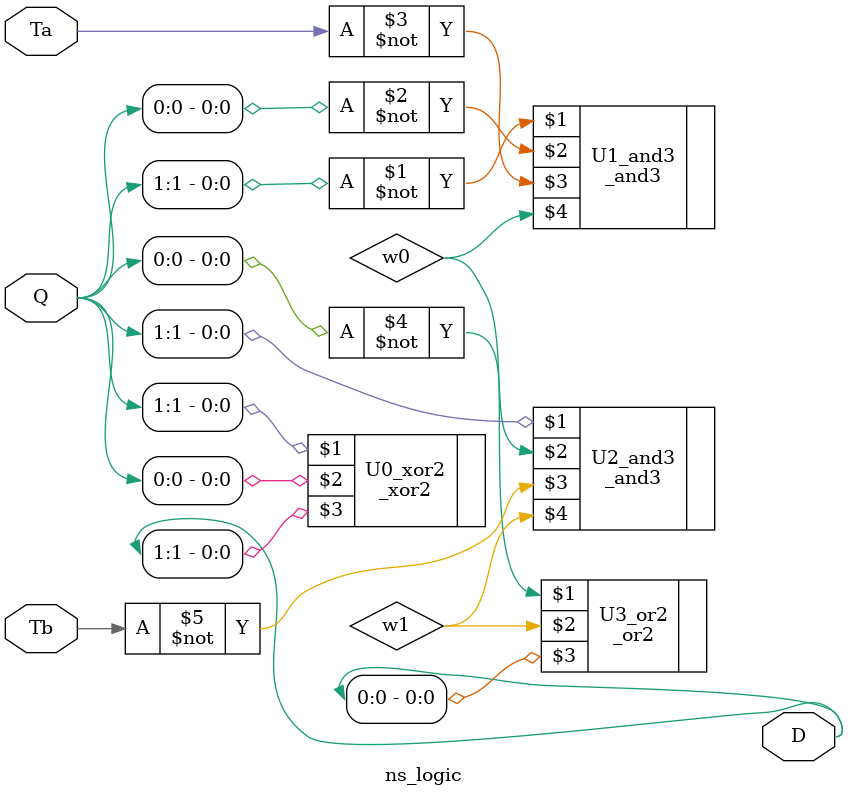
<source format=v>
module ns_logic(Q,Ta,Tb,D); //next state logic moudle
	input  [1:0]Q;
	input  Ta,Tb;
	output [1:0]D;
	wire 	 w0,w1;
	
	//struct next state logic module	
	_xor2 U0_xor2(Q[1], Q[0], D[1]);	
	_and3 U1_and3(~Q[1], ~Q[0], ~Ta, w0);
	_and3 U2_and3(Q[1], ~Q[0], ~Tb, w1);
	_or2 	U3_or2(w0, w1, D[0]);
endmodule 
</source>
